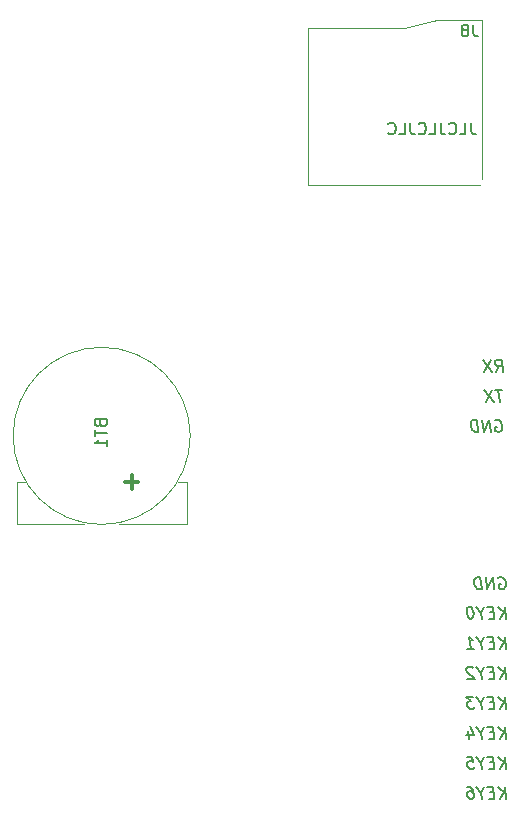
<source format=gbr>
G04 #@! TF.GenerationSoftware,KiCad,Pcbnew,(5.1.5)-3*
G04 #@! TF.CreationDate,2020-11-16T20:41:40+08:00*
G04 #@! TF.ProjectId,F1C100s-i80,46314331-3030-4732-9d69-38302e6b6963,rev?*
G04 #@! TF.SameCoordinates,Original*
G04 #@! TF.FileFunction,Legend,Bot*
G04 #@! TF.FilePolarity,Positive*
%FSLAX46Y46*%
G04 Gerber Fmt 4.6, Leading zero omitted, Abs format (unit mm)*
G04 Created by KiCad (PCBNEW (5.1.5)-3) date 2020-11-16 20:41:40*
%MOMM*%
%LPD*%
G04 APERTURE LIST*
%ADD10C,0.150000*%
%ADD11C,0.120000*%
%ADD12C,0.300000*%
G04 APERTURE END LIST*
D10*
X79533333Y-29352380D02*
X79533333Y-30066666D01*
X79580952Y-30209523D01*
X79676190Y-30304761D01*
X79819047Y-30352380D01*
X79914285Y-30352380D01*
X78580952Y-30352380D02*
X79057142Y-30352380D01*
X79057142Y-29352380D01*
X77676190Y-30257142D02*
X77723809Y-30304761D01*
X77866666Y-30352380D01*
X77961904Y-30352380D01*
X78104761Y-30304761D01*
X78200000Y-30209523D01*
X78247619Y-30114285D01*
X78295238Y-29923809D01*
X78295238Y-29780952D01*
X78247619Y-29590476D01*
X78200000Y-29495238D01*
X78104761Y-29400000D01*
X77961904Y-29352380D01*
X77866666Y-29352380D01*
X77723809Y-29400000D01*
X77676190Y-29447619D01*
X76961904Y-29352380D02*
X76961904Y-30066666D01*
X77009523Y-30209523D01*
X77104761Y-30304761D01*
X77247619Y-30352380D01*
X77342857Y-30352380D01*
X76009523Y-30352380D02*
X76485714Y-30352380D01*
X76485714Y-29352380D01*
X75104761Y-30257142D02*
X75152380Y-30304761D01*
X75295238Y-30352380D01*
X75390476Y-30352380D01*
X75533333Y-30304761D01*
X75628571Y-30209523D01*
X75676190Y-30114285D01*
X75723809Y-29923809D01*
X75723809Y-29780952D01*
X75676190Y-29590476D01*
X75628571Y-29495238D01*
X75533333Y-29400000D01*
X75390476Y-29352380D01*
X75295238Y-29352380D01*
X75152380Y-29400000D01*
X75104761Y-29447619D01*
X74390476Y-29352380D02*
X74390476Y-30066666D01*
X74438095Y-30209523D01*
X74533333Y-30304761D01*
X74676190Y-30352380D01*
X74771428Y-30352380D01*
X73438095Y-30352380D02*
X73914285Y-30352380D01*
X73914285Y-29352380D01*
X72533333Y-30257142D02*
X72580952Y-30304761D01*
X72723809Y-30352380D01*
X72819047Y-30352380D01*
X72961904Y-30304761D01*
X73057142Y-30209523D01*
X73104761Y-30114285D01*
X73152380Y-29923809D01*
X73152380Y-29780952D01*
X73104761Y-29590476D01*
X73057142Y-29495238D01*
X72961904Y-29400000D01*
X72819047Y-29352380D01*
X72723809Y-29352380D01*
X72580952Y-29400000D01*
X72533333Y-29447619D01*
X81542842Y-54580000D02*
X81632127Y-54532380D01*
X81774985Y-54532380D01*
X81923794Y-54580000D01*
X82030937Y-54675238D01*
X82090461Y-54770476D01*
X82161889Y-54960952D01*
X82179747Y-55103809D01*
X82155937Y-55294285D01*
X82120223Y-55389523D01*
X82036889Y-55484761D01*
X81899985Y-55532380D01*
X81804747Y-55532380D01*
X81655937Y-55484761D01*
X81602366Y-55437142D01*
X81560699Y-55103809D01*
X81751175Y-55103809D01*
X81185699Y-55532380D02*
X81060699Y-54532380D01*
X80614270Y-55532380D01*
X80489270Y-54532380D01*
X80138080Y-55532380D02*
X80013080Y-54532380D01*
X79774985Y-54532380D01*
X79638080Y-54580000D01*
X79554747Y-54675238D01*
X79519032Y-54770476D01*
X79495223Y-54960952D01*
X79513080Y-55103809D01*
X79584508Y-55294285D01*
X79644032Y-55389523D01*
X79751175Y-55484761D01*
X79899985Y-55532380D01*
X80138080Y-55532380D01*
X82136889Y-51992380D02*
X81565461Y-51992380D01*
X81976175Y-52992380D02*
X81851175Y-51992380D01*
X81327366Y-51992380D02*
X80785699Y-52992380D01*
X80660699Y-51992380D02*
X81452366Y-52992380D01*
X81666651Y-50452380D02*
X81940461Y-49976190D01*
X82238080Y-50452380D02*
X82113080Y-49452380D01*
X81732127Y-49452380D01*
X81642842Y-49500000D01*
X81601175Y-49547619D01*
X81565461Y-49642857D01*
X81583318Y-49785714D01*
X81642842Y-49880952D01*
X81696413Y-49928571D01*
X81797604Y-49976190D01*
X82178556Y-49976190D01*
X81208318Y-49452380D02*
X80666651Y-50452380D01*
X80541651Y-49452380D02*
X81333318Y-50452380D01*
X82519032Y-86592380D02*
X82394032Y-85592380D01*
X81947604Y-86592380D02*
X82304747Y-86020952D01*
X81822604Y-85592380D02*
X82465461Y-86163809D01*
X81453556Y-86068571D02*
X81120223Y-86068571D01*
X81042842Y-86592380D02*
X81519032Y-86592380D01*
X81394032Y-85592380D01*
X80917842Y-85592380D01*
X80364270Y-86116190D02*
X80423794Y-86592380D01*
X80632127Y-85592380D02*
X80364270Y-86116190D01*
X79965461Y-85592380D01*
X79203556Y-85592380D02*
X79394032Y-85592380D01*
X79495223Y-85640000D01*
X79548794Y-85687619D01*
X79661889Y-85830476D01*
X79733318Y-86020952D01*
X79780937Y-86401904D01*
X79745223Y-86497142D01*
X79703556Y-86544761D01*
X79614270Y-86592380D01*
X79423794Y-86592380D01*
X79322604Y-86544761D01*
X79269032Y-86497142D01*
X79209508Y-86401904D01*
X79179747Y-86163809D01*
X79215461Y-86068571D01*
X79257127Y-86020952D01*
X79346413Y-85973333D01*
X79536889Y-85973333D01*
X79638080Y-86020952D01*
X79691651Y-86068571D01*
X79751175Y-86163809D01*
X82519032Y-84052380D02*
X82394032Y-83052380D01*
X81947604Y-84052380D02*
X82304747Y-83480952D01*
X81822604Y-83052380D02*
X82465461Y-83623809D01*
X81453556Y-83528571D02*
X81120223Y-83528571D01*
X81042842Y-84052380D02*
X81519032Y-84052380D01*
X81394032Y-83052380D01*
X80917842Y-83052380D01*
X80364270Y-83576190D02*
X80423794Y-84052380D01*
X80632127Y-83052380D02*
X80364270Y-83576190D01*
X79965461Y-83052380D01*
X79155937Y-83052380D02*
X79632127Y-83052380D01*
X79739270Y-83528571D01*
X79685699Y-83480952D01*
X79584508Y-83433333D01*
X79346413Y-83433333D01*
X79257127Y-83480952D01*
X79215461Y-83528571D01*
X79179747Y-83623809D01*
X79209508Y-83861904D01*
X79269032Y-83957142D01*
X79322604Y-84004761D01*
X79423794Y-84052380D01*
X79661889Y-84052380D01*
X79751175Y-84004761D01*
X79792842Y-83957142D01*
X82519032Y-81512380D02*
X82394032Y-80512380D01*
X81947604Y-81512380D02*
X82304747Y-80940952D01*
X81822604Y-80512380D02*
X82465461Y-81083809D01*
X81453556Y-80988571D02*
X81120223Y-80988571D01*
X81042842Y-81512380D02*
X81519032Y-81512380D01*
X81394032Y-80512380D01*
X80917842Y-80512380D01*
X80364270Y-81036190D02*
X80423794Y-81512380D01*
X80632127Y-80512380D02*
X80364270Y-81036190D01*
X79965461Y-80512380D01*
X79245223Y-80845714D02*
X79328556Y-81512380D01*
X79435699Y-80464761D02*
X79763080Y-81179047D01*
X79144032Y-81179047D01*
X82519032Y-78972380D02*
X82394032Y-77972380D01*
X81947604Y-78972380D02*
X82304747Y-78400952D01*
X81822604Y-77972380D02*
X82465461Y-78543809D01*
X81453556Y-78448571D02*
X81120223Y-78448571D01*
X81042842Y-78972380D02*
X81519032Y-78972380D01*
X81394032Y-77972380D01*
X80917842Y-77972380D01*
X80364270Y-78496190D02*
X80423794Y-78972380D01*
X80632127Y-77972380D02*
X80364270Y-78496190D01*
X79965461Y-77972380D01*
X79727366Y-77972380D02*
X79108318Y-77972380D01*
X79489270Y-78353333D01*
X79346413Y-78353333D01*
X79257127Y-78400952D01*
X79215461Y-78448571D01*
X79179747Y-78543809D01*
X79209508Y-78781904D01*
X79269032Y-78877142D01*
X79322604Y-78924761D01*
X79423794Y-78972380D01*
X79709508Y-78972380D01*
X79798794Y-78924761D01*
X79840461Y-78877142D01*
X82519032Y-76432380D02*
X82394032Y-75432380D01*
X81947604Y-76432380D02*
X82304747Y-75860952D01*
X81822604Y-75432380D02*
X82465461Y-76003809D01*
X81453556Y-75908571D02*
X81120223Y-75908571D01*
X81042842Y-76432380D02*
X81519032Y-76432380D01*
X81394032Y-75432380D01*
X80917842Y-75432380D01*
X80364270Y-75956190D02*
X80423794Y-76432380D01*
X80632127Y-75432380D02*
X80364270Y-75956190D01*
X79965461Y-75432380D01*
X79691651Y-75527619D02*
X79638080Y-75480000D01*
X79536889Y-75432380D01*
X79298794Y-75432380D01*
X79209508Y-75480000D01*
X79167842Y-75527619D01*
X79132127Y-75622857D01*
X79144032Y-75718095D01*
X79209508Y-75860952D01*
X79852366Y-76432380D01*
X79233318Y-76432380D01*
X82519032Y-73892380D02*
X82394032Y-72892380D01*
X81947604Y-73892380D02*
X82304747Y-73320952D01*
X81822604Y-72892380D02*
X82465461Y-73463809D01*
X81453556Y-73368571D02*
X81120223Y-73368571D01*
X81042842Y-73892380D02*
X81519032Y-73892380D01*
X81394032Y-72892380D01*
X80917842Y-72892380D01*
X80364270Y-73416190D02*
X80423794Y-73892380D01*
X80632127Y-72892380D02*
X80364270Y-73416190D01*
X79965461Y-72892380D01*
X79233318Y-73892380D02*
X79804747Y-73892380D01*
X79519032Y-73892380D02*
X79394032Y-72892380D01*
X79507127Y-73035238D01*
X79614270Y-73130476D01*
X79715461Y-73178095D01*
X82519032Y-71352380D02*
X82394032Y-70352380D01*
X81947604Y-71352380D02*
X82304747Y-70780952D01*
X81822604Y-70352380D02*
X82465461Y-70923809D01*
X81453556Y-70828571D02*
X81120223Y-70828571D01*
X81042842Y-71352380D02*
X81519032Y-71352380D01*
X81394032Y-70352380D01*
X80917842Y-70352380D01*
X80364270Y-70876190D02*
X80423794Y-71352380D01*
X80632127Y-70352380D02*
X80364270Y-70876190D01*
X79965461Y-70352380D01*
X79441651Y-70352380D02*
X79346413Y-70352380D01*
X79257127Y-70400000D01*
X79215461Y-70447619D01*
X79179747Y-70542857D01*
X79155937Y-70733333D01*
X79185699Y-70971428D01*
X79257127Y-71161904D01*
X79316651Y-71257142D01*
X79370223Y-71304761D01*
X79471413Y-71352380D01*
X79566651Y-71352380D01*
X79655937Y-71304761D01*
X79697604Y-71257142D01*
X79733318Y-71161904D01*
X79757127Y-70971428D01*
X79727366Y-70733333D01*
X79655937Y-70542857D01*
X79596413Y-70447619D01*
X79542842Y-70400000D01*
X79441651Y-70352380D01*
X81842842Y-67900000D02*
X81932127Y-67852380D01*
X82074985Y-67852380D01*
X82223794Y-67900000D01*
X82330937Y-67995238D01*
X82390461Y-68090476D01*
X82461889Y-68280952D01*
X82479747Y-68423809D01*
X82455937Y-68614285D01*
X82420223Y-68709523D01*
X82336889Y-68804761D01*
X82199985Y-68852380D01*
X82104747Y-68852380D01*
X81955937Y-68804761D01*
X81902366Y-68757142D01*
X81860699Y-68423809D01*
X82051175Y-68423809D01*
X81485699Y-68852380D02*
X81360699Y-67852380D01*
X80914270Y-68852380D01*
X80789270Y-67852380D01*
X80438080Y-68852380D02*
X80313080Y-67852380D01*
X80074985Y-67852380D01*
X79938080Y-67900000D01*
X79854747Y-67995238D01*
X79819032Y-68090476D01*
X79795223Y-68280952D01*
X79813080Y-68423809D01*
X79884508Y-68614285D01*
X79944032Y-68709523D01*
X80051175Y-68804761D01*
X80199985Y-68852380D01*
X80438080Y-68852380D01*
D11*
X76625000Y-20638000D02*
X73875000Y-21338000D01*
X65725000Y-21338000D02*
X73875000Y-21338000D01*
X76625000Y-20638000D02*
X80425000Y-20638000D01*
X80425000Y-34138000D02*
X80425000Y-20638000D01*
X65725000Y-34638000D02*
X80265000Y-34638000D01*
X65725000Y-24638000D02*
X65725000Y-34638000D01*
X65725000Y-24638000D02*
X65725000Y-21338000D01*
X55460000Y-59780000D02*
X54710000Y-59780000D01*
X55460000Y-63380000D02*
X55460000Y-59780000D01*
X41060000Y-59780000D02*
X41820000Y-59780000D01*
X41060000Y-63380000D02*
X41060000Y-59780000D01*
X41060000Y-63380000D02*
X46760000Y-63380000D01*
X49760000Y-63380000D02*
X55460000Y-63380000D01*
X55760000Y-55880000D02*
G75*
G03X55760000Y-55880000I-7500000J0D01*
G01*
D10*
X79733333Y-21065380D02*
X79733333Y-21779666D01*
X79780952Y-21922523D01*
X79876190Y-22017761D01*
X80019047Y-22065380D01*
X80114285Y-22065380D01*
X79114285Y-21493952D02*
X79209523Y-21446333D01*
X79257142Y-21398714D01*
X79304761Y-21303476D01*
X79304761Y-21255857D01*
X79257142Y-21160619D01*
X79209523Y-21113000D01*
X79114285Y-21065380D01*
X78923809Y-21065380D01*
X78828571Y-21113000D01*
X78780952Y-21160619D01*
X78733333Y-21255857D01*
X78733333Y-21303476D01*
X78780952Y-21398714D01*
X78828571Y-21446333D01*
X78923809Y-21493952D01*
X79114285Y-21493952D01*
X79209523Y-21541571D01*
X79257142Y-21589190D01*
X79304761Y-21684428D01*
X79304761Y-21874904D01*
X79257142Y-21970142D01*
X79209523Y-22017761D01*
X79114285Y-22065380D01*
X78923809Y-22065380D01*
X78828571Y-22017761D01*
X78780952Y-21970142D01*
X78733333Y-21874904D01*
X78733333Y-21684428D01*
X78780952Y-21589190D01*
X78828571Y-21541571D01*
X78923809Y-21493952D01*
X48148571Y-54824285D02*
X48196190Y-54967142D01*
X48243809Y-55014761D01*
X48339047Y-55062380D01*
X48481904Y-55062380D01*
X48577142Y-55014761D01*
X48624761Y-54967142D01*
X48672380Y-54871904D01*
X48672380Y-54490952D01*
X47672380Y-54490952D01*
X47672380Y-54824285D01*
X47720000Y-54919523D01*
X47767619Y-54967142D01*
X47862857Y-55014761D01*
X47958095Y-55014761D01*
X48053333Y-54967142D01*
X48100952Y-54919523D01*
X48148571Y-54824285D01*
X48148571Y-54490952D01*
X47672380Y-55348095D02*
X47672380Y-55919523D01*
X48672380Y-55633809D02*
X47672380Y-55633809D01*
X48672380Y-56776666D02*
X48672380Y-56205238D01*
X48672380Y-56490952D02*
X47672380Y-56490952D01*
X47815238Y-56395714D01*
X47910476Y-56300476D01*
X47958095Y-56205238D01*
D12*
X50787142Y-59198571D02*
X50787142Y-60341428D01*
X51358571Y-59770000D02*
X50215714Y-59770000D01*
M02*

</source>
